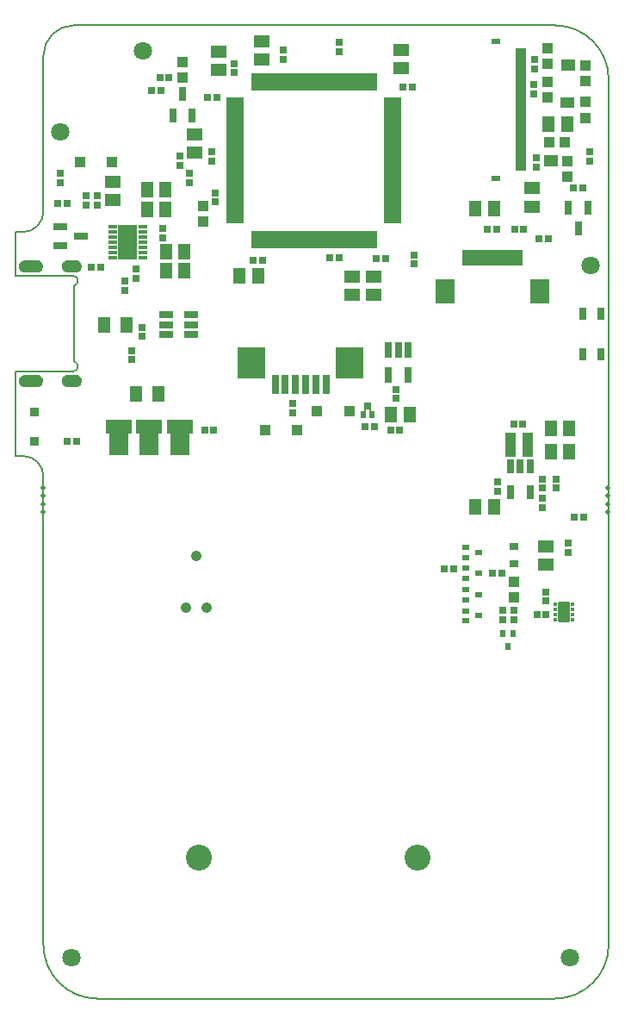
<source format=gts>
G04 Layer_Color=8388736*
%FSLAX44Y44*%
%MOMM*%
G71*
G01*
G75*
%ADD10P,0.7353X4X90.0*%
%ADD11R,0.1001X0.1001*%
%ADD50C,0.2000*%
%ADD75C,0.0000*%
%ADD79C,0.5000*%
%ADD138R,0.2500X1.4900*%
%ADD139R,0.2500X1.5000*%
%ADD140R,1.6800X12.4800*%
%ADD141R,12.4800X1.6800*%
%ADD142R,6.0000X1.5000*%
%ADD143R,1.0000X12.0000*%
%ADD144C,1.8000*%
%ADD145R,0.5501X0.7500*%
%ADD146R,0.6501X0.7500*%
%ADD147R,1.6232X0.4294*%
%ADD148R,0.4294X1.6232*%
%ADD149R,0.7500X0.5100*%
%ADD150R,0.5100X0.7500*%
%ADD151R,1.1500X1.6501*%
%ADD152R,2.6001X1.3499*%
%ADD153R,1.9001X2.2300*%
%ADD154R,0.7300X1.4400*%
%ADD155R,1.4400X0.7300*%
%ADD156R,0.8500X0.3999*%
%ADD157R,1.8500X3.4500*%
G04:AMPARAMS|DCode=158|XSize=1.9501mm|YSize=1.1899mm|CornerRadius=0.0854mm|HoleSize=0mm|Usage=FLASHONLY|Rotation=270.000|XOffset=0mm|YOffset=0mm|HoleType=Round|Shape=RoundedRectangle|*
%AMROUNDEDRECTD158*
21,1,1.9501,1.0191,0,0,270.0*
21,1,1.7793,1.1899,0,0,270.0*
1,1,0.1708,-0.5095,-0.8897*
1,1,0.1708,-0.5095,0.8897*
1,1,0.1708,0.5095,0.8897*
1,1,0.1708,0.5095,-0.8897*
%
%ADD158ROUNDEDRECTD158*%
%ADD159R,0.3301X0.3801*%
%ADD160R,0.7500X0.7400*%
%ADD161R,0.7400X0.7500*%
%ADD162R,1.0800X1.0400*%
%ADD163R,1.0400X1.0800*%
%ADD164R,1.5700X1.2300*%
%ADD165R,1.2300X1.5700*%
%ADD166R,0.4500X1.4500*%
%ADD167R,1.9501X2.3499*%
%ADD168R,1.0500X1.1000*%
%ADD169R,0.7500X1.5501*%
%ADD170R,0.9501X0.8500*%
%ADD171R,0.7300X1.3500*%
%ADD172R,1.3500X0.7300*%
%ADD173R,1.0000X2.3500*%
%ADD174R,0.7500X1.9500*%
%ADD175R,2.7500X3.1500*%
%ADD176R,0.9500X0.5500*%
%ADD177R,0.9500X0.4500*%
%ADD178R,0.7500X1.3000*%
%ADD179R,0.9500X0.7500*%
%ADD180C,1.0500*%
%ADD181C,0.1500*%
%ADD182O,2.3500X1.1500*%
%ADD183O,1.9500X1.1500*%
%ADD184C,2.5500*%
G36*
X544167Y912342D02*
X544282Y912314D01*
X544316Y912300D01*
X544800D01*
Y911615D01*
X544801Y911599D01*
Y908901D01*
X544800Y908884D01*
Y905116D01*
X544801Y905099D01*
Y902401D01*
X544800Y902385D01*
Y901700D01*
X544316D01*
X544282Y901686D01*
X544167Y901658D01*
X544049Y901649D01*
X540051D01*
X539933Y901658D01*
X539819Y901686D01*
X539784Y901700D01*
X536216D01*
X536181Y901686D01*
X536067Y901658D01*
X535949Y901649D01*
X531951D01*
X531833Y901658D01*
X531718Y901686D01*
X531684Y901700D01*
X531200D01*
Y902385D01*
X531199Y902401D01*
Y905099D01*
X531200Y905116D01*
Y908884D01*
X531199Y908901D01*
Y911599D01*
X531200Y911615D01*
Y912300D01*
X531684D01*
X531718Y912314D01*
X531833Y912342D01*
X531951Y912351D01*
X535949D01*
X536067Y912342D01*
X536181Y912314D01*
X536216Y912300D01*
X539784D01*
X539819Y912314D01*
X539933Y912342D01*
X540051Y912351D01*
X544049D01*
X544167Y912342D01*
D02*
G37*
G36*
X543167Y875342D02*
X543282Y875314D01*
X543316Y875300D01*
X543800D01*
Y874615D01*
X543801Y874599D01*
Y871901D01*
X543800Y871884D01*
Y868116D01*
X543801Y868099D01*
Y865401D01*
X543800Y865385D01*
Y864700D01*
X543316D01*
X543282Y864686D01*
X543167Y864658D01*
X543049Y864649D01*
X539051D01*
X538933Y864658D01*
X538819Y864686D01*
X538784Y864700D01*
X535216D01*
X535181Y864686D01*
X535067Y864658D01*
X534949Y864649D01*
X530951D01*
X530833Y864658D01*
X530718Y864686D01*
X530684Y864700D01*
X530200D01*
Y865385D01*
X530199Y865401D01*
Y868099D01*
X530200Y868116D01*
Y871884D01*
X530199Y871901D01*
Y874599D01*
X530200Y874615D01*
Y875300D01*
X530684D01*
X530718Y875314D01*
X530833Y875342D01*
X530951Y875351D01*
X534949D01*
X535067Y875342D01*
X535181Y875314D01*
X535216Y875300D01*
X538784D01*
X538819Y875314D01*
X538933Y875342D01*
X539051Y875351D01*
X543049D01*
X543167Y875342D01*
D02*
G37*
G36*
X527167Y818342D02*
X527281Y818314D01*
X527316Y818300D01*
X527800D01*
Y817615D01*
X527801Y817599D01*
Y814901D01*
X527800Y814884D01*
Y811116D01*
X527801Y811099D01*
Y808401D01*
X527800Y808385D01*
Y807700D01*
X527316D01*
X527281Y807686D01*
X527167Y807658D01*
X527049Y807649D01*
X523051D01*
X522933Y807658D01*
X522819Y807686D01*
X522784Y807700D01*
X519216D01*
X519181Y807686D01*
X519067Y807658D01*
X518949Y807649D01*
X514951D01*
X514833Y807658D01*
X514719Y807686D01*
X514684Y807700D01*
X514200D01*
Y808385D01*
X514199Y808401D01*
Y811099D01*
X514200Y811116D01*
Y814884D01*
X514199Y814901D01*
Y817599D01*
X514200Y817615D01*
Y818300D01*
X514684D01*
X514719Y818314D01*
X514833Y818342D01*
X514951Y818351D01*
X518949D01*
X519067Y818342D01*
X519181Y818314D01*
X519216Y818300D01*
X522784D01*
X522819Y818314D01*
X522933Y818342D01*
X523051Y818351D01*
X527049D01*
X527167Y818342D01*
D02*
G37*
G36*
X57427Y714328D02*
X59128Y712626D01*
X60049Y710403D01*
Y709200D01*
Y707997D01*
X59128Y705773D01*
X57427Y704072D01*
X55204Y703151D01*
X44796D01*
X42573Y704072D01*
X40871Y705773D01*
X39950Y707997D01*
Y709200D01*
Y710403D01*
X40871Y712626D01*
X42573Y714328D01*
X44796Y715249D01*
X55204D01*
X57427Y714328D01*
D02*
G37*
G36*
X19426D02*
X21128Y712626D01*
X22048Y710403D01*
Y709200D01*
Y707997D01*
X21128Y705773D01*
X19426Y704072D01*
X17203Y703151D01*
X2797D01*
X574Y704072D01*
X-1128Y705773D01*
X-2049Y707997D01*
Y709200D01*
Y710403D01*
X-1128Y712626D01*
X574Y714328D01*
X2797Y715249D01*
X17203D01*
X19426Y714328D01*
D02*
G37*
G36*
X57427Y601928D02*
X59128Y600226D01*
X60049Y598003D01*
Y596800D01*
Y595597D01*
X59128Y593373D01*
X57427Y591672D01*
X55204Y590751D01*
X44796D01*
X42573Y591672D01*
X40871Y593373D01*
X39950Y595597D01*
Y596800D01*
Y598003D01*
X40871Y600226D01*
X42573Y601928D01*
X44796Y602849D01*
X55204D01*
X57427Y601928D01*
D02*
G37*
G36*
X19426D02*
X21128Y600226D01*
X22048Y598003D01*
Y596800D01*
Y595597D01*
X21128Y593373D01*
X19426Y591672D01*
X17203Y590751D01*
X2797D01*
X574Y591672D01*
X-1128Y593373D01*
X-2049Y595597D01*
Y596800D01*
Y598003D01*
X-1128Y600226D01*
X574Y601928D01*
X2797Y602849D01*
X17203D01*
X19426Y601928D01*
D02*
G37*
D10*
X538000Y907000D02*
D03*
X521000Y813000D02*
D03*
X537000Y870000D02*
D03*
D11*
X533951Y910251D02*
D03*
Y903749D02*
D03*
X542049D02*
D03*
Y910251D02*
D03*
X525049Y816251D02*
D03*
Y809749D02*
D03*
X516951D02*
D03*
Y816251D02*
D03*
X532951Y873251D02*
D03*
Y866749D02*
D03*
X541049D02*
D03*
Y873251D02*
D03*
D50*
X22001Y503001D02*
G03*
X2001Y523001I-20000J0D01*
G01*
X22001Y43000D02*
G03*
X75000Y-10000I53000J0D01*
G01*
X524999D02*
G03*
X577999Y43000I0J53000D01*
G01*
Y893000D02*
G03*
X524999Y946000I-53000J0D01*
G01*
X52000D02*
G03*
X22001Y916000I0J-30000D01*
G01*
X2001Y743001D02*
G03*
X22001Y763001I0J20000D01*
G01*
X51000Y606000D02*
G03*
X52039Y615891I0J5000D01*
G01*
X51997Y690100D02*
G03*
X51000Y700000I-997J4900D01*
G01*
X-5001Y605801D02*
X51000D01*
X-5001Y523001D02*
Y605801D01*
X52000Y615900D02*
Y690100D01*
X-5000Y700000D02*
X51000D01*
X-5001Y700001D02*
Y743001D01*
X577999Y43000D02*
Y893000D01*
X52000Y946000D02*
X524999D01*
X22001Y763001D02*
Y916000D01*
X-5000Y743001D02*
X2000D01*
X-5000Y523001D02*
X2001D01*
X22001Y43000D02*
Y503001D01*
X75000Y-10000D02*
X524999D01*
D75*
X15999Y593800D02*
G03*
X18999Y596800I0J3000D01*
G01*
D02*
G03*
X15999Y599800I-3000J0D01*
G01*
X4001D02*
G03*
X1001Y596800I0J-3000D01*
G01*
D02*
G03*
X4001Y593800I3000J0D01*
G01*
X54000Y706200D02*
G03*
X57000Y709200I0J3000D01*
G01*
D02*
G03*
X54000Y712200I-3000J0D01*
G01*
X45999D02*
G03*
X43000Y709200I0J-3000D01*
G01*
D02*
G03*
X45999Y706200I3000J0D01*
G01*
X54000Y593800D02*
G03*
X57000Y596800I0J3000D01*
G01*
D02*
G03*
X54000Y599800I-3000J0D01*
G01*
X45999D02*
G03*
X43000Y596800I0J-3000D01*
G01*
D02*
G03*
X45999Y593800I3000J0D01*
G01*
X15999Y706200D02*
G03*
X18999Y709200I0J3000D01*
G01*
D02*
G03*
X15999Y712200I-3000J0D01*
G01*
X4001D02*
G03*
X1001Y709200I0J-3000D01*
G01*
D02*
G03*
X4001Y706200I3000J0D01*
G01*
Y599800D02*
X15999D01*
X4001Y593800D02*
X15999D01*
X45999Y712200D02*
X54000D01*
X45999Y706200D02*
X54000D01*
X45999Y599800D02*
X54000D01*
X45999Y593800D02*
X54000D01*
X4001Y712200D02*
X15999D01*
X4001Y706200D02*
X15999D01*
D79*
X577000Y492000D02*
D03*
Y484000D02*
D03*
Y476000D02*
D03*
Y468000D02*
D03*
X22000D02*
D03*
Y476000D02*
D03*
Y484000D02*
D03*
Y492000D02*
D03*
D138*
X338750Y567550D02*
D03*
D139*
X343250Y567500D02*
D03*
D140*
X365200Y813001D02*
D03*
X210800Y813001D02*
D03*
D141*
X288001Y735801D02*
D03*
X288000Y890201D02*
D03*
D142*
X463500Y717500D02*
D03*
D143*
X492002Y863000D02*
D03*
D144*
X39000Y841000D02*
D03*
X540000Y30000D02*
D03*
X120000Y921000D02*
D03*
X50000Y30000D02*
D03*
X560000Y710000D02*
D03*
D145*
X337000Y563999D02*
D03*
X345000D02*
D03*
D146*
X341000Y572001D02*
D03*
D147*
X210784Y873000D02*
D03*
Y868002D02*
D03*
Y863000D02*
D03*
Y858002D02*
D03*
Y853001D02*
D03*
Y848002D02*
D03*
Y843001D02*
D03*
Y838002D02*
D03*
Y833001D02*
D03*
Y828002D02*
D03*
Y823001D02*
D03*
Y818002D02*
D03*
Y813001D02*
D03*
Y807999D02*
D03*
Y803001D02*
D03*
Y797999D02*
D03*
Y793001D02*
D03*
Y787999D02*
D03*
Y783001D02*
D03*
Y777999D02*
D03*
Y773001D02*
D03*
Y767999D02*
D03*
Y763001D02*
D03*
Y757999D02*
D03*
Y753001D02*
D03*
X365216D02*
D03*
Y757999D02*
D03*
Y763001D02*
D03*
Y767999D02*
D03*
Y773001D02*
D03*
Y777999D02*
D03*
Y783001D02*
D03*
Y787999D02*
D03*
Y793001D02*
D03*
Y797999D02*
D03*
Y803001D02*
D03*
Y807999D02*
D03*
Y813001D02*
D03*
Y818002D02*
D03*
Y823001D02*
D03*
Y828002D02*
D03*
Y833001D02*
D03*
Y838002D02*
D03*
Y843001D02*
D03*
Y848002D02*
D03*
Y853001D02*
D03*
Y858002D02*
D03*
Y863000D02*
D03*
Y868002D02*
D03*
Y873000D02*
D03*
D148*
X228001Y735785D02*
D03*
X232999D02*
D03*
X238001D02*
D03*
X242999D02*
D03*
X248001D02*
D03*
X252999D02*
D03*
X258001D02*
D03*
X262999D02*
D03*
X268001D02*
D03*
X272999D02*
D03*
X278000D02*
D03*
X282999D02*
D03*
X288000D02*
D03*
X293002D02*
D03*
X298000D02*
D03*
X303002D02*
D03*
X308000D02*
D03*
X313002D02*
D03*
X318000D02*
D03*
X323002D02*
D03*
X328000D02*
D03*
X333002D02*
D03*
X338000D02*
D03*
X343002D02*
D03*
X348000D02*
D03*
Y890217D02*
D03*
X343002D02*
D03*
X338000D02*
D03*
X333002D02*
D03*
X328000D02*
D03*
X323002D02*
D03*
X318000D02*
D03*
X313002D02*
D03*
X308000D02*
D03*
X303002D02*
D03*
X298000D02*
D03*
X293002D02*
D03*
X288000D02*
D03*
X282999D02*
D03*
X278000D02*
D03*
X272999D02*
D03*
X268001D02*
D03*
X262999D02*
D03*
X258001D02*
D03*
X252999D02*
D03*
X248001D02*
D03*
X242999D02*
D03*
X238001D02*
D03*
X232999D02*
D03*
X228001D02*
D03*
D149*
X437500Y433001D02*
D03*
Y422999D02*
D03*
X450500Y428000D02*
D03*
X437500Y371001D02*
D03*
Y360999D02*
D03*
X450500Y366000D02*
D03*
X437500Y413001D02*
D03*
Y402999D02*
D03*
X450500Y408000D02*
D03*
X437500Y392001D02*
D03*
Y381999D02*
D03*
X450500Y387000D02*
D03*
D150*
X484001Y348500D02*
D03*
X473999D02*
D03*
X479000Y335500D02*
D03*
D151*
X112999Y584000D02*
D03*
X135001D02*
D03*
X81999Y652000D02*
D03*
X104001D02*
D03*
D152*
X95999Y551398D02*
D03*
X125999D02*
D03*
X155999D02*
D03*
D153*
X95999Y535000D02*
D03*
X125999D02*
D03*
X155999D02*
D03*
D154*
X548000Y746750D02*
D03*
X557500Y767250D02*
D03*
X538500D02*
D03*
X159000Y878250D02*
D03*
X149500Y857750D02*
D03*
X168500D02*
D03*
D155*
X59250Y739000D02*
D03*
X38750Y748500D02*
D03*
Y729500D02*
D03*
D156*
X119501Y748001D02*
D03*
Y743000D02*
D03*
Y738001D02*
D03*
Y733000D02*
D03*
Y727999D02*
D03*
Y723000D02*
D03*
Y717999D02*
D03*
X90499D02*
D03*
Y723000D02*
D03*
Y727999D02*
D03*
Y748001D02*
D03*
Y743000D02*
D03*
Y738001D02*
D03*
Y733000D02*
D03*
D157*
X105000D02*
D03*
D158*
X534000Y370000D02*
D03*
D159*
X542499Y377501D02*
D03*
Y372499D02*
D03*
Y367501D02*
D03*
Y362499D02*
D03*
X525501D02*
D03*
Y367501D02*
D03*
Y372499D02*
D03*
Y377501D02*
D03*
D160*
X559000Y812450D02*
D03*
X559000Y821550D02*
D03*
X313000Y920450D02*
D03*
X313000Y929550D02*
D03*
X474000Y362450D02*
D03*
X474000Y371550D02*
D03*
X387000Y711450D02*
D03*
X387000Y720550D02*
D03*
X538000Y437550D02*
D03*
X538000Y428450D02*
D03*
X485000Y371550D02*
D03*
X485000Y362450D02*
D03*
X156000Y817550D02*
D03*
X156000Y808450D02*
D03*
X113000Y697450D02*
D03*
X113000Y706550D02*
D03*
X75000Y778550D02*
D03*
X75000Y769450D02*
D03*
X369000Y579450D02*
D03*
X369000Y588550D02*
D03*
X102000Y685450D02*
D03*
X102000Y694550D02*
D03*
X109000Y626550D02*
D03*
X109000Y617450D02*
D03*
X258000Y912450D02*
D03*
X258000Y921550D02*
D03*
X513000Y481550D02*
D03*
X513000Y472450D02*
D03*
X513000Y491450D02*
D03*
X513000Y500550D02*
D03*
X188000Y812450D02*
D03*
X188000Y821550D02*
D03*
X516000Y389550D02*
D03*
X516000Y380450D02*
D03*
X267000Y565450D02*
D03*
X267000Y574550D02*
D03*
X507000Y806450D02*
D03*
X507000Y815550D02*
D03*
X191000Y781550D02*
D03*
X191000Y772450D02*
D03*
X166000Y791450D02*
D03*
X166000Y800550D02*
D03*
X210000Y908550D02*
D03*
X210000Y899450D02*
D03*
X64000Y769450D02*
D03*
X64000Y778550D02*
D03*
X526000Y500550D02*
D03*
X526000Y491450D02*
D03*
X139000Y746550D02*
D03*
X139000Y737450D02*
D03*
X119000Y640450D02*
D03*
X119000Y649550D02*
D03*
X469000Y497550D02*
D03*
X469000Y488450D02*
D03*
X505000Y912550D02*
D03*
X505000Y903450D02*
D03*
X504000Y887550D02*
D03*
X504000Y878450D02*
D03*
X39000Y791450D02*
D03*
X39000Y800550D02*
D03*
D161*
X303450Y718000D02*
D03*
X312550Y718000D02*
D03*
X183450Y875000D02*
D03*
X192550Y875000D02*
D03*
X416450Y412000D02*
D03*
X425550Y412000D02*
D03*
X507450Y367000D02*
D03*
X516550Y367000D02*
D03*
X472550Y408000D02*
D03*
X463450Y408000D02*
D03*
X552550Y786000D02*
D03*
X543450Y786000D02*
D03*
X518550Y736000D02*
D03*
X509450Y736000D02*
D03*
X45550Y771000D02*
D03*
X36450Y771000D02*
D03*
X78550Y708000D02*
D03*
X69450Y708000D02*
D03*
X45450Y537000D02*
D03*
X54550Y537000D02*
D03*
X338450Y552000D02*
D03*
X347550Y552000D02*
D03*
X137550Y882000D02*
D03*
X128450Y882000D02*
D03*
X136450Y895000D02*
D03*
X145550Y895000D02*
D03*
X553550Y463000D02*
D03*
X544450Y463000D02*
D03*
X180450Y548000D02*
D03*
X189550Y548000D02*
D03*
X458450Y746000D02*
D03*
X467550Y746000D02*
D03*
X372550Y548000D02*
D03*
X363450Y548000D02*
D03*
X494550Y746000D02*
D03*
X485450Y746000D02*
D03*
X384550Y885000D02*
D03*
X375450Y885000D02*
D03*
X358550Y717000D02*
D03*
X349450Y717000D02*
D03*
X228450Y715000D02*
D03*
X237550Y715000D02*
D03*
X484450Y554000D02*
D03*
X493550Y554000D02*
D03*
D162*
X518000Y923700D02*
D03*
X518000Y908300D02*
D03*
X555000Y891300D02*
D03*
X555000Y906700D02*
D03*
X537000Y797300D02*
D03*
X537000Y812700D02*
D03*
X518000Y890700D02*
D03*
X518000Y875300D02*
D03*
X555000Y855300D02*
D03*
X555000Y870700D02*
D03*
X485000Y384300D02*
D03*
X485000Y399700D02*
D03*
X179000Y753300D02*
D03*
X179000Y768700D02*
D03*
X159000Y909700D02*
D03*
X159000Y894300D02*
D03*
D163*
X534700Y831000D02*
D03*
X519300Y831000D02*
D03*
D164*
X171000Y838950D02*
D03*
X171000Y821050D02*
D03*
X503000Y785950D02*
D03*
X503000Y768050D02*
D03*
X90000Y791950D02*
D03*
X90000Y774050D02*
D03*
X194000Y919950D02*
D03*
X194000Y902050D02*
D03*
X374000Y921950D02*
D03*
X374000Y904050D02*
D03*
X347000Y681050D02*
D03*
X347000Y698950D02*
D03*
X326000Y681050D02*
D03*
X326000Y698950D02*
D03*
X237000Y929950D02*
D03*
X237000Y912050D02*
D03*
X516000Y416050D02*
D03*
X516000Y433950D02*
D03*
D165*
X447050Y766000D02*
D03*
X464950Y766000D02*
D03*
X141950Y785000D02*
D03*
X124050Y785000D02*
D03*
X381950Y564000D02*
D03*
X364050Y564000D02*
D03*
X141950Y765000D02*
D03*
X124050Y765000D02*
D03*
X536950Y849000D02*
D03*
X519050Y849000D02*
D03*
X215050Y700000D02*
D03*
X232950Y700000D02*
D03*
X160950Y724000D02*
D03*
X143050Y724000D02*
D03*
X538950Y527000D02*
D03*
X521050Y527000D02*
D03*
X538950Y550000D02*
D03*
X521050Y550000D02*
D03*
X447050Y473000D02*
D03*
X464950Y473000D02*
D03*
X160950Y705000D02*
D03*
X143050Y705000D02*
D03*
D166*
X435999Y717499D02*
D03*
X441001D02*
D03*
X445999D02*
D03*
X451001D02*
D03*
X455999D02*
D03*
X461001D02*
D03*
X465999D02*
D03*
X471001D02*
D03*
X475999D02*
D03*
X481001D02*
D03*
X485999D02*
D03*
X491001D02*
D03*
D167*
X417000Y685000D02*
D03*
X510000D02*
D03*
D168*
X322752Y567002D02*
D03*
X291252D02*
D03*
X240248Y547998D02*
D03*
X271748D02*
D03*
X89752Y812002D02*
D03*
X58252D02*
D03*
D169*
X380500Y602501D02*
D03*
X361500D02*
D03*
Y627499D02*
D03*
X371000D02*
D03*
X380500D02*
D03*
D170*
X13122Y566001D02*
D03*
Y536999D02*
D03*
D171*
X500499Y512551D02*
D03*
X490999D02*
D03*
X481499D02*
D03*
Y487452D02*
D03*
X500499D02*
D03*
D172*
X142450Y652000D02*
D03*
X167550Y642500D02*
D03*
Y652000D02*
D03*
Y661500D02*
D03*
X142450D02*
D03*
Y642500D02*
D03*
D173*
X498250Y534000D02*
D03*
X481750D02*
D03*
D174*
X250001Y593000D02*
D03*
X260001D02*
D03*
X270001D02*
D03*
X280001D02*
D03*
X290001D02*
D03*
X300001D02*
D03*
D175*
X323500Y614700D02*
D03*
X226500D02*
D03*
D176*
X467000Y795500D02*
D03*
Y930500D02*
D03*
D177*
X492000Y805500D02*
D03*
Y810500D02*
D03*
Y815500D02*
D03*
Y820500D02*
D03*
Y825500D02*
D03*
Y830500D02*
D03*
Y835500D02*
D03*
Y840500D02*
D03*
Y845500D02*
D03*
Y850500D02*
D03*
Y855500D02*
D03*
Y860500D02*
D03*
Y920500D02*
D03*
Y915500D02*
D03*
Y910500D02*
D03*
Y905500D02*
D03*
Y900500D02*
D03*
Y895500D02*
D03*
Y890500D02*
D03*
Y885500D02*
D03*
Y880500D02*
D03*
Y875500D02*
D03*
Y870500D02*
D03*
Y865500D02*
D03*
D178*
X570200Y662750D02*
D03*
X552200D02*
D03*
Y623250D02*
D03*
X570200D02*
D03*
D179*
X485000Y417500D02*
D03*
Y434500D02*
D03*
D180*
X172000Y425000D02*
D03*
X161840Y374200D02*
D03*
X182160D02*
D03*
D181*
X529970Y111200D02*
D03*
X115000Y836200D02*
D03*
X464000Y593000D02*
D03*
D182*
X10000Y596800D02*
D03*
Y709200D02*
D03*
D183*
X50000D02*
D03*
Y596800D02*
D03*
D184*
X174970Y128600D02*
D03*
X389970D02*
D03*
M02*

</source>
